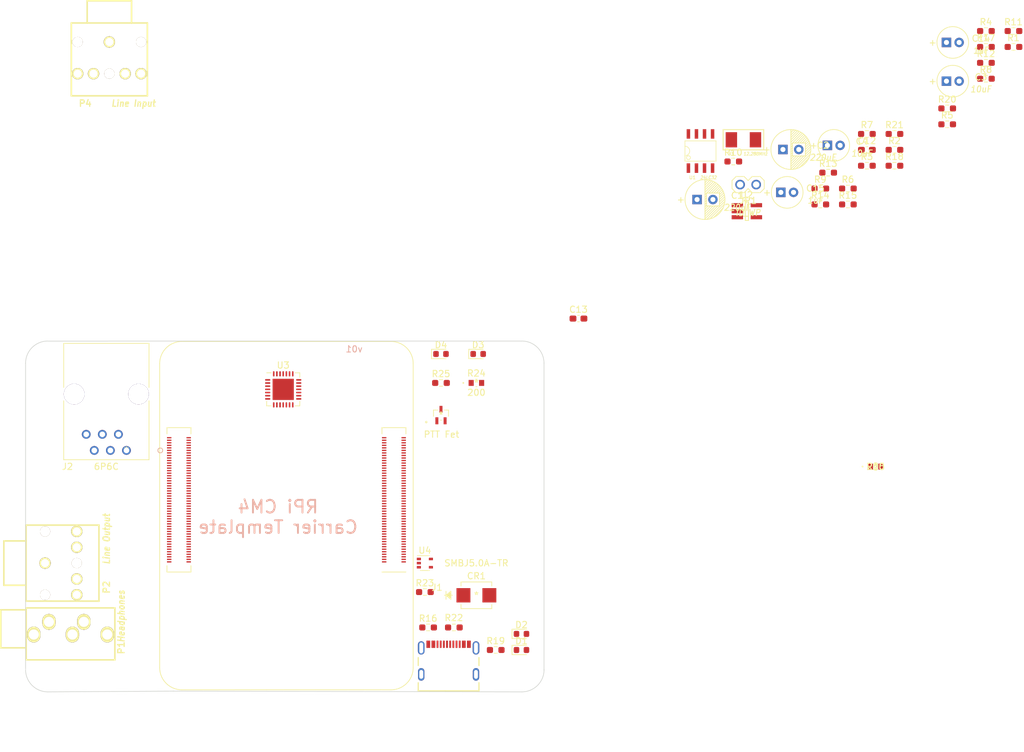
<source format=kicad_pcb>
(kicad_pcb (version 20211014) (generator pcbnew)
  (title_block (title "Raspberry Pi Compute Module 4 Carrier Template") (date "2020-10-31") (rev "v01") (comment 2 "creativecommons.org/licenses/by/4.0/") (comment 3 "License: CC BY 4.0") (comment 4 "Author: Shawn Hymel"))
  (layers (0 "F.Cu" signal) (31 "B.Cu" signal) (34 "B.Paste" user) (35 "F.Paste" user) (36 "B.SilkS" user "B.Silkscreen") (37 "F.SilkS" user "F.Silkscreen") (38 "B.Mask" user) (39 "F.Mask" user) (44 "Edge.Cuts" user))
  (net 0 "")
  (net 1 "GND")
  (net 16 "Net-(D1-Pad1)")
  (net 17 "GPIO21{slash}PCM_DOUT")
  (net 18 "GPIO19{slash}PCM_FS")
  (net 19 "GPIO20{slash}PCM_DIN")
  (net 21 "Net-(D3-Pad1)")
  (net 23 "GPIO16")
  (net 25 "ID_SC")
  (net 26 "ID_SD")
  (net 37 "GPIO18{slash}PCM_CLK")
  (net 43 "SD_CLK")
  (net 57 "+5V")
  (net 59 "SCL")
  (net 60 "SDA")
  (net 61 "+3.3V")
  (net 62 "+1.8V")
  (net 68 "Net-(D2-Pad1)")
  (net 143 "Net-(C13-Pad1)")
  (net 144 "Net-(C12-Pad1)")
  (net 145 "AVDD")
  (net 146 "Net-(TP1-Pad1)")
  (net 147 "Net-(R7-Pad2)")
  (net 148 "Net-(R8-Pad2)")
  (net 149 "Net-(R9-Pad2)")
  (net 150 "Net-(R10-Pad2)")
  (net 151 "Net-(C1-Pad1)")
  (net 152 "Net-(C2-Pad1)")
  (net 153 "GNDA")
  (net 154 "Net-(C3-Pad1)")
  (net 155 "Net-(C4-Pad1)")
  (net 156 "Net-(C10-Pad1)")
  (net 157 "Net-(TP3-Pad1)")
  (net 158 "Net-(TP4-Pad1)")
  (net 159 "Net-(C15-Pad1)")
  (net 160 "Net-(C14-Pad1)")
  (net 161 "Net-(R15-Pad2)")
  (net 162 "Net-(C1-Pad2)")
  (net 167 "Net-(J1-PadB5)")
  (net 169 "Net-(J1-PadA5)")
  (net 171 "/CM4 GPIO/nLED_Activity")
  (net 172 "/CM4 GPIO/nPWR_LED")
  (net 173 "Net-(R23-Pad2)")
  (net 174 "GPIO12")
  (net 175 "PTT")
  (net 176 "Net-(J2-Pad3)")
  (net 177 "Audio to Radio")
  (net 178 "Audio from Radio")
  (net 179 "Net-(C2-Pad2)")
  (net 180 "Net-(C3-Pad2)")
  (net 181 "Net-(C4-Pad2)")
  (net 182 "Net-(C14-Pad2)")
  (net 183 "Net-(C15-Pad2)")
  (net 184 "Net-(JP1-Pad1)")
  (net 187 "Net-(P2-Pad2)")
  (net 190 "Net-(P4-Pad2)")
  (net 193 "Net-(U3-Pad28)")
  (net 194 "Net-(C6-Pad1)")
  (net 195 "Net-(D4-Pad1)")
  (net 196 "GPIO26")
  (footprint "Resistor_SMD:R_0603_1608Metric_Pad0.98x0.95mm_HandSolder" (layer "F.Cu") (at 252.083 41.495)
    (fp_text reference "R20" (at 0 -1.43) (layer "F.SilkS"))
    (fp_text value "5.6k")
    (pad "1" smd roundrect locked (at -0.9125 0) (size 0.975 0.95) (layers "F.Cu" "F.Paste" "F.Mask") (net 182 "Net-(C14-Pad2)"))
    (pad "2" smd roundrect locked (at 0.9125 0) (size 0.975 0.95) (layers "F.Cu" "F.Paste" "F.Mask") (net 178 "Audio from Radio"))
  )
  (footprint "Package_TO_SOT_SMD:SOT-353_SC-70-5" (layer "F.Cu") (at 169.672 113.284)
    (fp_text reference "U4" (at 0 -2) (layer "F.SilkS"))
    (fp_text value "74LVC1G07SE-7")
    (pad "1" smd rect locked (at -0.95 -0.65) (size 0.65 0.4) (layers "F.Cu" "F.Paste" "F.Mask"))
    (pad "2" smd rect locked (at -0.95 0) (size 0.65 0.4) (layers "F.Cu" "F.Paste" "F.Mask") (net 172 "/CM4 GPIO/nPWR_LED"))
    (pad "3" smd rect locked (at -0.95 0.65) (size 0.65 0.4) (layers "F.Cu" "F.Paste" "F.Mask") (net 1 "GND"))
    (pad "4" smd rect locked (at 0.95 0.65) (size 0.65 0.4) (layers "F.Cu" "F.Paste" "F.Mask") (net 173 "Net-(R23-Pad2)"))
    (pad "5" smd rect locked (at 0.95 -0.65) (size 0.65 0.4) (layers "F.Cu" "F.Paste" "F.Mask") (net 61 "+3.3V"))
  )
  (footprint "my_components:IC_SOIC8_Narrow" (layer "F.Cu") (at 213.158 48.22)
    (fp_text reference "U1" (at -1.27 4.191) (layer "F.SilkS") (effects (font (size 0.508 0.508) (thickness 0.1016))))
    (fp_text value "24LC32" (at 1.27 4.191) (layer "F.SilkS") (effects (font (size 0.508 0.4572) (thickness 0.1016) italic)))
    (pad "1" smd rect locked (at -1.905 2.7) (size 0.55 1.5) (layers "F.Cu" "F.Paste" "F.Mask") (net 1 "GND"))
    (pad "2" smd rect locked (at -0.635 2.7) (size 0.55 1.5) (layers "F.Cu" "F.Paste" "F.Mask") (net 1 "GND"))
    (pad "3" smd rect locked (at 0.635 2.7) (size 0.55 1.5) (layers "F.Cu" "F.Paste" "F.Mask") (net 1 "GND"))
    (pad "4" smd rect locked (at 1.905 2.7) (size 0.55 1.5) (layers "F.Cu" "F.Paste" "F.Mask") (net 1 "GND"))
    (pad "5" smd rect locked (at 1.905 -2.7) (size 0.55 1.5) (layers "F.Cu" "F.Paste" "F.Mask") (net 26 "ID_SD"))
    (pad "6" smd rect locked (at 0.635 -2.7) (size 0.55 1.5) (layers "F.Cu" "F.Paste" "F.Mask") (net 25 "ID_SC"))
    (pad "7" smd rect locked (at -0.635 -2.7) (size 0.55 1.5) (layers "F.Cu" "F.Paste" "F.Mask") (net 184 "Net-(JP1-Pad1)"))
    (pad "8" smd rect locked (at -1.905 -2.7) (size 0.55 1.5) (layers "F.Cu" "F.Paste" "F.Mask") (net 61 "+3.3V"))
  )
  (footprint "my_components:Conn_Audio_3.5mm_Stereo_SJ1-353XNG" (layer "F.Cu") (at 106.76 123.66 90)
    (fp_text reference "P1" (at -3 15 90) (layer "F.SilkS") (effects (font (size 1.016 1.016) (thickness 0.2032))))
    (fp_text value "Headphones" (at 2 15 90) (layer "F.SilkS") (effects (font (size 1.016 0.9144) (thickness 0.2032) italic)))
    (pad "1" thru_hole oval locked (at -0.9 1.2 90) (size 2.5 2.1) (drill 1.6) (layers *.Cu *.Mask "F.SilkS") (net 153 "GNDA"))
    (pad "2" thru_hole oval locked (at 1.1 3.6 90) (size 2.5 2.1) (drill 1.6) (layers *.Cu *.Mask "F.SilkS") (net 179 "Net-(C2-Pad2)"))
    (pad "3" thru_hole oval locked (at 1.1 9.1 90) (size 2.5 2.1) (drill 1.6) (layers *.Cu *.Mask "F.SilkS"))
    (pad "4" thru_hole oval locked (at -0.9 12.8 90) (size 2.5 2.1) (drill 1.6) (layers *.Cu *.Mask "F.SilkS"))
    (pad "5" thru_hole oval locked (at -0.9 7.3 90) (size 2.5 2.1) (drill 1.6) (layers *.Cu *.Mask "F.SilkS") (net 162 "Net-(C1-Pad2)"))
  )
  (footprint "Resistor_SMD:R_0603_1608Metric_Pad0.98x0.95mm_HandSolder" (layer "F.Cu") (at 262.543 31.785)
    (fp_text reference "R1" (at 0 -1.43) (layer "F.SilkS"))
    (fp_text value "100")
    (pad "1" smd roundrect locked (at -0.9125 0) (size 0.975 0.95) (layers "F.Cu" "F.Paste" "F.Mask") (net 177 "Audio to Radio"))
    (pad "2" smd roundrect locked (at 0.9125 0) (size 0.975 0.95) (layers "F.Cu" "F.Paste" "F.Mask") (net 180 "Net-(C3-Pad2)"))
  )
  (footprint "my_components:IC_SOT23-5_Hand_Soldering" (layer "F.Cu") (at 220.478 57.725)
    (fp_text reference "U2" (at -0.05 -2.55) (layer "F.SilkS"))
    (fp_text value "TPS79333DBVR")
    (pad "1" smd rect locked (at -1.5 -0.95) (size 1.8 0.65) (layers "F.Cu" "F.Paste" "F.Mask") (net 57 "+5V"))
    (pad "2" smd rect locked (at -1.5 0) (size 1.8 0.65) (layers "F.Cu" "F.Paste" "F.Mask") (net 1 "GND"))
    (pad "3" smd rect locked (at -1.5 0.95) (size 1.8 0.65) (layers "F.Cu" "F.Paste" "F.Mask") (net 57 "+5V"))
    (pad "4" smd rect locked (at 1.5 0.95) (size 1.8 0.65) (layers "F.Cu" "F.Paste" "F.Mask") (net 194 "Net-(C6-Pad1)"))
    (pad "5" smd rect locked (at 1.5 -0.95) (size 1.8 0.65) (layers "F.Cu" "F.Paste" "F.Mask") (net 145 "AVDD"))
  )
  (footprint "Capacitor_SMD:C_0603_1608Metric_Pad1.08x0.95mm_HandSolder" (layer "F.Cu") (at 193.9025 74.676)
    (fp_text reference "C13" (at 0 -1.43) (layer "F.SilkS"))
    (fp_text value "22pF")
    (pad "1" smd roundrect locked (at -0.8625 0) (size 1.075 0.95) (layers "F.Cu" "F.Paste" "F.Mask") (net 143 "Net-(C13-Pad1)"))
    (pad "2" smd roundrect locked (at 0.8625 0) (size 1.075 0.95) (layers "F.Cu" "F.Paste" "F.Mask") (net 1 "GND"))
  )
  (footprint "my_components:Conn_Audio_3.5mm_Stereo" (layer "F.Cu") (at 119.888 28.0035)
    (fp_text reference "P4" (at -3.81 12.7) (layer "F.SilkS") (effects (font (size 1.016 1.016) (thickness 0.2032))))
    (fp_text value "Line Input" (at 3.81 12.7) (layer "F.SilkS") (effects (font (size 1.016 0.9144) (thickness 0.2032) italic)))
    (pad "" thru_hole circle locked (at 5.00126 2.99974) (size 1.6002 1.6002) (drill 1.6002) (layers *.Cu *.Mask "F.SilkS"))
    (pad "" thru_hole circle locked (at 0 8.001) (size 1.6002 1.6002) (drill 1.6002) (layers *.Cu *.Mask "F.SilkS"))
    (pad "" thru_hole circle locked (at -5.00126 2.99974) (size 1.6002 1.6002) (drill 1.6002) (layers *.Cu *.Mask "F.SilkS"))
    (pad "1" thru_hole circle locked (at 0 2.99974) (size 1.80086 1.80086) (drill 1.30048) (layers *.Cu *.Mask "F.SilkS") (net 153 "GNDA"))
    (pad "2" thru_hole circle locked (at -5.00126 8.001) (size 1.80086 1.80086) (drill 1.30048) (layers *.Cu *.Mask "F.SilkS") (net 190 "Net-(P4-Pad2)"))
    (pad "3" thru_hole circle locked (at -2.49936 8.001) (size 1.80086 1.80086) (drill 1.30048) (layers *.Cu *.Mask "F.SilkS"))
    (pad "4" thru_hole circle locked (at 2.49936 8.001) (size 1.80086 1.80086) (drill 1.30048) (layers *.Cu *.Mask "F.SilkS"))
    (pad "5" thru_hole circle locked (at 5.00126 8.001) (size 1.80086 1.80086) (drill 1.30048) (layers *.Cu *.Mask "F.SilkS") (net 178 "Audio from Radio"))
  )
  (footprint "my_components:Cap_Elec_Radial_5mm" (layer "F.Cu") (at 234.18736 47.32936)
    (fp_text reference "C4" (at 4.445 -0.635) (layer "F.SilkS"))
    (fp_text value "10uF" (at 4.445 1.27) (layer "F.SilkS") (effects (font (size 1 0.9) (thickness 0.15) italic)))
    (fp_text user "+" (at -3.175 0) (layer "F.SilkS"))
    (pad "1" thru_hole rect locked (at -1.00076 0) (size 1.49098 1.49098) (drill 0.8001) (layers *.Cu *.Mask) (net 155 "Net-(C4-Pad1)"))
    (pad "2" thru_hole circle locked (at 1.00076 0) (size 1.49098 1.49098) (drill 0.8001) (layers *.Cu *.Mask) (net 181 "Net-(C4-Pad2)"))
  )
  (footprint "Resistor_SMD:R_0603_1608Metric_Pad0.98x0.95mm_HandSolder" (layer "F.Cu") (at 172.212 84.836)
    (fp_text reference "R25" (at 0 -1.43) (layer "F.SilkS"))
    (fp_text value "100k")
    (pad "1" smd roundrect locked (at -0.9125 0) (size 0.975 0.95) (layers "F.Cu" "F.Paste" "F.Mask") (net 1 "GND"))
    (pad "2" smd roundrect locked (at 0.9125 0) (size 0.975 0.95) (layers "F.Cu" "F.Paste" "F.Mask") (net 174 "GPIO12"))
  )
  (footprint "SMBJ5.0A-TR:SMBJ5.0A-TR" (layer "F.Cu") (at 177.8 118.364)
    (fp_text reference "CR1" (at 0 -3.048) (layer "F.SilkS"))
    (fp_text value "SMBJ5.0A-TR" (at 0 -5.08) (layer "F.SilkS"))
    (fp_text user "*" (at 0 0) (layer "F.SilkS"))
    (pad "1" smd rect locked (at -2.0447 0) (size 2.198599 2.2598) (layers "F.Cu" "F.Paste" "F.Mask") (net 57 "+5V"))
    (pad "2" smd rect locked (at 2.0447 0) (size 2.198599 2.2598) (layers "F.Cu" "F.Paste" "F.Mask") (net 1 "GND"))
  )
  (footprint "Resistor_SMD:R_0603_1608Metric_Pad0.98x0.95mm_HandSolder" (layer "F.Cu") (at 243.763 48.035)
    (fp_text reference "R2" (at 0 -1.43) (layer "F.SilkS"))
    (fp_text value "100")
    (pad "1" smd roundrect locked (at -0.9125 0) (size 0.975 0.95) (layers "F.Cu" "F.Paste" "F.Mask") (net 187 "Net-(P2-Pad2)"))
    (pad "2" smd roundrect locked (at 0.9125 0) (size 0.975 0.95) (layers "F.Cu" "F.Paste" "F.Mask") (net 181 "Net-(C4-Pad2)"))
  )
  (footprint "ul_RHU002N06FRAT106:RHU002N06FRAT106" (layer "F.Cu") (at 172.212 89.916)
    (fp_text reference "MOSFET1" hide)
    (fp_text value "PTT Fet" (at 0.084059 3.048) (layer "F.SilkS"))
    (fp_text user "*" (at 0 0) (layer "F.SilkS"))
    (pad "1" smd rect locked (at -0.649999 0.9017) (size 0.4664 1.106399) (layers "F.Cu" "F.Paste" "F.Mask") (net 174 "GPIO12"))
    (pad "2" smd rect locked (at 0.649999 0.9017) (size 0.4664 1.106399) (layers "F.Cu" "F.Paste" "F.Mask") (net 1 "GND"))
    (pad "3" smd rect locked (at 0 -0.9017) (size 0.4664 1.106399) (layers "F.Cu" "F.Paste" "F.Mask") (net 175 "PTT"))
  )
  (footprint "Resistor_SMD:R_0603_1608Metric_Pad0.98x0.95mm_HandSolder" (layer "F.Cu") (at 236.413 54.145)
    (fp_text reference "R6" (at 0 -1.43) (layer "F.SilkS"))
    (fp_text value "47k")
    (pad "1" smd roundrect locked (at -0.9125 0) (size 0.975 0.95) (layers "F.Cu" "F.Paste" "F.Mask") (net 153 "GNDA"))
    (pad "2" smd roundrect locked (at 0.9125 0) (size 0.975 0.95) (layers "F.Cu" "F.Paste" "F.Mask") (net 181 "Net-(C4-Pad2)"))
  )
  (footprint "my_components:Conn_Audio_3.5mm_Stereo" (layer "F.Cu") (at 106.7435 113.284 90)
    (fp_text reference "P2" (at -3.81 12.7 90) (layer "F.SilkS") (effects (font (size 1.016 1.016) (thickness 0.2032))))
    (fp_text value "Line Output" (at 3.81 12.7 90) (layer "F.SilkS") (effects (font (size 1.016 0.9144) (thickness 0.2032) italic)))
    (pad "" thru_hole circle locked (at 5.00126 2.99974 90) (size 1.6002 1.6002) (drill 1.6002) (layers *.Cu *.Mask "F.SilkS"))
    (pad "" thru_hole circle locked (at 0 8.001 90) (size 1.6002 1.6002) (drill 1.6002) (layers *.Cu *.Mask "F.SilkS"))
    (pad "" thru_hole circle locked (at -5.00126 2.99974 90) (size 1.6002 1.6002) (drill 1.6002) (layers *.Cu *.Mask "F.SilkS"))
    (pad "1" thru_hole circle locked (at 0 2.99974 90) (size 1.80086 1.80086) (drill 1.30048) (layers *.Cu *.Mask "F.SilkS") (net 153 "GNDA"))
    (pad "2" thru_hole circle locked (at -5.00126 8.001 90) (size 1.80086 1.80086) (drill 1.30048) (layers *.Cu *.Mask "F.SilkS") (net 187 "Net-(P2-Pad2)"))
    (pad "3" thru_hole circle locked (at -2.49936 8.001 90) (size 1.80086 1.80086) (drill 1.30048) (layers *.Cu *.Mask "F.SilkS"))
    (pad "4" thru_hole circle locked (at 2.49936 8.001 90) (size 1.80086 1.80086) (drill 1.30048) (layers *.Cu *.Mask "F.SilkS"))
    (pad "5" thru_hole circle locked (at 5.00126 8.001 90) (size 1.80086 1.80086) (drill 1.30048) (layers *.Cu *.Mask "F.SilkS") (net 177 "Audio to Radio"))
  )
  (footprint "my_components:Cap_Elec_Radial_5mm" (layer "F.Cu") (at 252.96736 37.18936)
    (fp_text reference "C3" (at 4.445 -0.635) (layer "F.SilkS"))
    (fp_text value "10uF" (at 4.445 1.27) (layer "F.SilkS") (effects (font (size 1 0.9) (thickness 0.15) italic)))
    (fp_text user "+" (at -3.175 0) (layer "F.SilkS"))
    (pad "1" thru_hole rect locked (at -1.00076 0) (size 1.49098 1.49098) (drill 0.8001) (layers *.Cu *.Mask) (net 154 "Net-(C3-Pad1)"))
    (pad "2" thru_hole circle locked (at 1.00076 0) (size 1.49098 1.49098) (drill 0.8001) (layers *.Cu *.Mask) (net 180 "Net-(C3-Pad2)"))
  )
  (footprint "Resistor_SMD:R_0603_1608Metric_Pad0.98x0.95mm_HandSolder" (layer "F.Cu") (at 258.193 36.805)
    (fp_text reference "R8" (at 0 -1.43) (layer "F.SilkS"))
    (fp_text value "33")
    (pad "1" smd roundrect locked (at -0.9125 0) (size 0.975 0.95) (layers "F.Cu" "F.Paste" "F.Mask") (net 17 "GPIO21{slash}PCM_DOUT"))
    (pad "2" smd roundrect locked (at 0.9125 0) (size 0.975 0.95) (layers "F.Cu" "F.Paste" "F.Mask") (net 148 "Net-(R8-Pad2)"))
  )
  (footprint "ul_ERJ3EKF2000V:ERJ3EKF2000V" (layer "F.Cu") (at 240.792 98.044)
    (fp_text reference "R26" (at 0 0) (layer "F.SilkS"))
    (fp_text value "200" (at 0 0) (layer "F.SilkS"))
    (fp_text user "*" (at 0 0) (layer "F.SilkS"))
    (pad "1" smd rect locked (at -0.8227 0) (size 0.8072 0.9398) (layers "F.Cu" "F.Paste" "F.Mask") (net 195 "Net-(D4-Pad1)"))
    (pad "2" smd rect locked (at 0.8227 0) (size 0.8072 0.9398) (layers "F.Cu" "F.Paste" "F.Mask") (net 1 "GND"))
  )
  (footprint "Resistor_SMD:R_0603_1608Metric_Pad0.98x0.95mm_HandSolder" (layer "F.Cu") (at 218.333 49.875)
    (fp_text reference "R10" (at 0 -1.43) (layer "F.SilkS"))
    (fp_text value "33")
    (pad "1" smd roundrect locked (at -0.9125 0) (size 0.975 0.95) (layers "F.Cu" "F.Paste" "F.Mask") (net 19 "GPIO20{slash}PCM_DIN"))
    (pad "2" smd roundrect locked (at 0.9125 0) (size 0.975 0.95) (layers "F.Cu" "F.Paste" "F.Mask") (net 150 "Net-(R10-Pad2)"))
  )
  (footprint "Resistor_SMD:R_0603_1608Metric_Pad0.98x0.95mm_HandSolder" (layer "F.Cu") (at 258.193 31.785)
    (fp_text reference "R17" (at 0 -1.43) (layer "F.SilkS"))
    (fp_text value "5.6k")
    (pad "1" smd roundrect locked (at -0.9125 0) (size 0.975 0.95) (layers "F.Cu" "F.Paste" "F.Mask") (net 153 "GNDA"))
    (pad "2" smd roundrect locked (at 0.9125 0) (size 0.975 0.95) (layers "F.Cu" "F.Paste" "F.Mask") (net 182 "Net-(C14-Pad2)"))
  )
  (footprint "my_components:Cap_Elec_Radial_5mm" (layer "F.Cu") (at 252.96736 31.07936)
    (fp_text reference "C14" (at 4.445 -0.635) (layer "F.SilkS"))
    (fp_text value "1uF" (at 4.445 1.27) (layer "F.SilkS") (effects (font (size 1 0.9) (thickness 0.15) italic)))
    (fp_text user "+" (at -3.175 0) (layer "F.SilkS"))
    (pad "1" thru_hole rect locked (at -1.00076 0) (size 1.49098 1.49098) (drill 0.8001) (layers *.Cu *.Mask) (net 160 "Net-(C14-Pad1)"))
    (pad "2" thru_hole circle locked (at 1.00076 0) (size 1.49098 1.49098) (drill 0.8001) (layers *.Cu *.Mask) (net 182 "Net-(C14-Pad2)"))
  )
  (footprint "Resistor_SMD:R_0603_1608Metric_Pad0.98x0.95mm_HandSolder" (layer "F.Cu") (at 243.763 45.525)
    (fp_text reference "R21" (at 0 -1.43) (layer "F.SilkS"))
    (fp_text value "5.6k")
    (pad "1" smd roundrect locked (at -0.9125 0) (size 0.975 0.95) (layers "F.Cu" "F.Paste" "F.Mask") (net 183 "Net-(C15-Pad2)"))
    (pad "2" smd roundrect locked (at 0.9125 0) (size 0.975 0.95) (layers "F.Cu" "F.Paste" "F.Mask") (net 190 "Net-(P4-Pad2)"))
  )
  (footprint "Resistor_SMD:R_0603_1608Metric_Pad0.98x0.95mm_HandSolder" (layer "F.Cu") (at 252.083 44.005)
    (fp_text reference "R5" (at 0 -1.43) (layer "F.SilkS"))
    (fp_text value "47k")
    (pad "1" smd roundrect locked (at -0.9125 0) (size 0.975 0.95) (layers "F.Cu" "F.Paste" "F.Mask") (net 153 "GNDA"))
    (pad "2" smd roundrect locked (at 0.9125 0) (size 0.975 0.95) (layers "F.Cu" "F.Paste" "F.Mask") (net 180 "Net-(C3-Pad2)"))
  )
  (footprint "Resistor_SMD:R_0603_1608Metric_Pad0.98x0.95mm_HandSolder" (layer "F.Cu") (at 262.543 29.275)
    (fp_text reference "R11" (at 0 -1.43) (layer "F.SilkS"))
    (fp_text value "1k")
    (pad "1" smd roundrect locked (at -0.9125 0) (size 0.975 0.95) (layers "F.Cu" "F.Paste" "F.Mask") (net 184 "Net-(JP1-Pad1)"))
    (pad "2" smd roundrect locked (at 0.9125 0) (size 0.975 0.95) (layers "F.Cu" "F.Paste" "F.Mask") (net 61 "+3.3V"))
  )
  (footprint "Resistor_SMD:R_0603_1608Metric_Pad0.98x0.95mm_HandSolder" (layer "F.Cu") (at 174.244 123.444)
    (fp_text reference "R22" (at 0 -1.524) (layer "F.SilkS"))
    (fp_text value "5.1k")
    (pad "1" smd roundrect locked (at -0.9125 0) (size 0.975 0.95) (layers "F.Cu" "F.Paste" "F.Mask") (net 167 "Net-(J1-PadB5)"))
    (pad "2" smd roundrect locked (at 0.9125 0) (size 0.975 0.95) (layers "F.Cu" "F.Paste" "F.Mask") (net 1 "GND"))
  )
  (footprint "my_components:Cap_Elec_Radial_6.3mm" (layer "F.Cu") (at 213.868 55.88)
    (fp_text reference "C1" (at 5.08 -0.635) (layer "F.SilkS"))
    (fp_text value "220uF" (at 5.08 1.27) (layer "F.SilkS") (effects (font (size 1 0.9) (thickness 0.15) italic)))
    (fp_text user "+" (at -3.81 0) (layer "F.SilkS"))
    (pad "1" thru_hole rect locked (at -1.25 0) (size 1.49098 1.49098) (drill 0.8001) (layers *.Cu *.Mask) (net 151 "Net-(C1-Pad1)"))
    (pad "2" thru_hole circle locked (at 1.25 0) (size 1.49098 1.49098) (drill 0.8001) (layers *.Cu *.Mask) (net 162 "Net-(C1-Pad2)"))
  )
  (footprint "Capacitor_SMD:C_0603_1608Metric_Pad1.08x0.95mm_HandSolder" (layer "F.Cu") (at 239.413 48.035)
    (fp_text reference "C12" (at 0 -1.43) (layer "F.SilkS"))
    (fp_text value "22pF")
    (pad "1" smd roundrect locked (at -0.8625 0) (size 1.075 0.95) (layers "F.Cu" "F.Paste" "F.Mask") (net 144 "Net-(C12-Pad1)"))
    (pad "2" smd roundrect locked (at 0.8625 0) (size 1.075 0.95) (layers "F.Cu" "F.Paste" "F.Mask") (net 1 "GND"))
  )
  (footprint "Resistor_SMD:R_0603_1608Metric_Pad0.98x0.95mm_HandSolder" (layer "F.Cu") (at 258.193 29.275)
    (fp_text reference "R4" (at 0 -1.43) (layer "F.SilkS"))
    (fp_text value "47k")
    (pad "1" smd roundrect locked (at -0.9125 0) (size 0.975 0.95) (layers "F.Cu" "F.Paste" "F.Mask") (net 153 "GNDA"))
    (pad "2" smd roundrect locked (at 0.9125 0) (size 0.975 0.95) (layers "F.Cu" "F.Paste" "F.Mask") (net 179 "Net-(C2-Pad2)"))
  )
  (footprint "Resistor_SMD:R_0603_1608Metric_Pad0.98x0.95mm_HandSolder" (layer "F.Cu") (at 258.193 34.295)
    (fp_text reference "R12" (at 0 -1.43) (layer "F.SilkS"))
    (fp_text value "3.9k")
    (pad "1" smd roundrect locked (at -0.9125 0) (size 0.975 0.95) (layers "F.Cu" "F.Paste" "F.Mask") (net 25 "ID_SC"))
    (pad "2" smd roundrect locked (at 0.9125 0) (size 0.975 0.95) (layers "F.Cu" "F.Paste" "F.Mask") (net 61 "+3.3V"))
  )
  (footprint "Package_DFN_QFN:QFN-28-1EP_5x5mm_P0.5mm_EP3.35x3.35mm" (layer "F.Cu") (at 147.32 85.852)
    (fp_text reference "U3" (at 0 -3.8) (layer "F.SilkS"))
    (fp_text value "WM8731CLSEFL")
    (pad "1" smd roundrect locked (at -2.45 -1.5) (size 0.8 0.25) (layers "F.Cu" "F.Paste" "F.Mask") (net 143 "Net-(C13-Pad1)"))
    (pad "2" smd roundrect locked (at -2.45 -1) (size 0.8 0.25) (layers "F.Cu" "F.Paste" "F.Mask") (net 144 "Net-(C12-Pad1)"))
    (pad "3" smd roundrect locked (at -2.45 -0.5) (size 0.8 0.25) (layers "F.Cu" "F.Paste" "F.Mask") (net 61 "+3.3V"))
    (pad "4" smd roundrect locked (at -2.45 0) (size 0.8 0.25) (layers "F.Cu" "F.Paste" "F.Mask") (net 1 "GND"))
    (pad "5" smd roundrect locked (at -2.45 0.5) (size 0.8 0.25) (layers "F.Cu" "F.Paste" "F.Mask") (net 61 "+3.3V"))
    (pad "6" smd roundrect locked (at -2.45 1) (size 0.8 0.25) (layers "F.Cu" "F.Paste" "F.Mask") (net 146 "Net-(TP1-Pad1)"))
    (pad "7" smd roundrect locked (at -2.45 1.5) (size 0.8 0.25) (layers "F.Cu" "F.Paste" "F.Mask") (net 147 "Net-(R7-Pad2)"))
    (pad "8" smd roundrect locked (at -1.5 2.45) (size 0.25 0.8) (layers "F.Cu" "F.Paste" "F.Mask") (net 148 "Net-(R8-Pad2)"))
    (pad "9" smd roundrect locked (at -1 2.45) (size 0.25 0.8) (layers "F.Cu" "F.Paste" "F.Mask") (net 149 "Net-(R9-Pad2)"))
    (pad "10" smd roundrect locked (at -0.5 2.45) (size 0.25 0.8) (layers "F.Cu" "F.Paste" "F.Mask") (net 150 "Net-(R10-Pad2)"))
    (pad "11" smd roundrect locked (at 0 2.45) (size 0.25 0.8) (layers "F.Cu" "F.Paste" "F.Mask") (net 149 "Net-(R9-Pad2)"))
    (pad "12" smd roundrect locked (at 0.5 2.45) (size 0.25 0.8) (layers "F.Cu" "F.Paste" "F.Mask") (net 145 "AVDD"))
    (pad "13" smd roundrect locked (at 1 2.45) (size 0.25 0.8) (layers "F.Cu" "F.Paste" "F.Mask") (net 151 "Net-(C1-Pad1)"))
    (pad "14" smd roundrect locked (at 1.5 2.45) (size 0.25 0.8) (layers "F.Cu" "F.Paste" "F.Mask") (net 152 "Net-(C2-Pad1)"))
    (pad "15" smd roundrect locked (at 2.45 1.5) (size 0.8 0.25) (layers "F.Cu" "F.Paste" "F.Mask") (net 153 "GNDA"))
    (pad "16" smd roundrect locked (at 2.45 1) (size 0.8 0.25) (layers "F.Cu" "F.Paste" "F.Mask") (net 154 "Net-(C3-Pad1)"))
    (pad "17" smd roundrect locked (at 2.45 0.5) (size 0.8 0.25) (layers "F.Cu" "F.Paste" "F.Mask") (net 155 "Net-(C4-Pad1)"))
    (pad "18" smd roundrect locked (at 2.45 0) (size 0.8 0.25) (layers "F.Cu" "F.Paste" "F.Mask") (net 145 "AVDD"))
    (pad "19" smd roundrect locked (at 2.45 -0.5) (size 0.8 0.25) (layers "F.Cu" "F.Paste" "F.Mask") (net 153 "GNDA"))
    (pad "20" smd roundrect locked (at 2.45 -1) (size 0.8 0.25) (layers "F.Cu" "F.Paste" "F.Mask") (net 156 "Net-(C10-Pad1)"))
    (pad "21" smd roundrect locked (at 2.45 -1.5) (size 0.8 0.25) (layers "F.Cu" "F.Paste" "F.Mask") (net 157 "Net-(TP3-Pad1)"))
    (pad "22" smd roundrect locked (at 1.5 -2.45) (size 0.25 0.8) (layers "F.Cu" "F.Paste" "F.Mask") (net 158 "Net-(TP4-Pad1)"))
    (pad "23" smd roundrect locked (at 1 -2.45) (size 0.25 0.8) (layers "F.Cu" "F.Paste" "F.Mask") (net 159 "Net-(C15-Pad1)"))
    (pad "24" smd roundrect locked (at 0.5 -2.45) (size 0.25 0.8) (layers "F.Cu" "F.Paste" "F.Mask") (net 160 "Net-(C14-Pad1)"))
    (pad "25" smd roundrect locked (at 0 -2.45) (size 0.25 0.8) (layers "F.Cu" "F.Paste" "F.Mask") (net 153 "GNDA"))
    (pad "26" smd roundrect locked (at -0.5 -2.45) (size 0.25 0.8) (layers "F.Cu" "F.Paste" "F.Mask") (net 153 "GNDA"))
    (pad "27" smd roundrect locked (at -1 -2.45) (size 0.25 0.8) (layers "F.Cu" "F.Paste" "F.Mask") (net 161 "Net-(R15-Pad2)"))
    (pad "28" smd roundrect locked (at -1.5 -2.45) (size 0.25 0.8) (layers "F.Cu" "F.Paste" "F.Mask") (net 193 "Net-(U3-Pad28)"))
    (pad "29" smd rect locked (at 0 0) (size 3.35 3.35) (layers "F.Cu" "F.Mask") (net 153 "GNDA"))
  )
  (footprint "LED_SMD:LED_0603_1608Metric" (layer "F.Cu") (at 184.912 127)
    (fp_text reference "D1" (at 0 -1.43) (layer "F.SilkS"))
    (fp_text value "LED Green")
    (pad "1" smd roundrect locked (at -0.7875 0) (size 0.875 0.95) (layers "F.Cu" "F.Paste" "F.Mask") (net 16 "Net-(D1-Pad1)"))
    (pad "2" smd roundrect locked (at 0.7875 0) (size 0.875 0.95) (layers "F.Cu" "F.Paste" "F.Mask") (net 61 "+3.3V"))
  )
  (footprint "Resistor_SMD:R_0603_1608Metric_Pad0.98x0.95mm_HandSolder" (layer "F.Cu") (at 232.063 56.655)
    (fp_text reference "R14" (at 0 -1.43) (layer "F.SilkS"))
    (fp_text value "33")
    (pad "1" smd roundrect locked (at -0.9125 0) (size 0.975 0.95) (layers "F.Cu" "F.Paste" "F.Mask") (net 59 "SCL"))
    (pad "2" smd roundrect locked (at 0.9125 0) (size 0.975 0.95) (layers "F.Cu" "F.Paste" "F.Mask") (net 193 "Net-(U3-Pad28)"))
  )
  (footprint "Resistor_SMD:R_0603_1608Metric_Pad0.98x0.95mm_HandSolder" (layer "F.Cu") (at 169.672 117.856)
    (fp_text reference "R23" (at 0 -1.43) (layer "F.SilkS"))
    (fp_text value "1k")
    (pad "1" smd roundrect locked (at -0.9125 0) (size 0.975 0.95) (layers "F.Cu" "F.Paste" "F.Mask") (net 68 "Net-(D2-Pad1)"))
    (pad "2" smd roundrect locked (at 0.9125 0) (size 0.975 0.95) (layers "F.Cu" "F.Paste" "F.Mask") (net 173 "Net-(R23-Pad2)"))
  )
  (footprint "my_components:Conn_Pin_Header_2x1_2.54mm_NoKey" (layer "F.Cu") (at 220.678 53.52)
    (fp_text reference "JP1" (at 0 2.54) (layer "F.SilkS"))
    (fp_text value "ID_WP" (at 0 4.445) (layer "F.SilkS") (effects (font (size 1 0.9) (thickness 0.15) italic)))
    (pad "1" thru_hole circle locked (at -1.27 0) (size 1.524 1.524) (drill 1.016) (layers *.Cu *.Mask) (net 184 "Net-(JP1-Pad1)"))
    (pad "2" thru_hole circle locked (at 1.27 0) (size 1.524 1.524) (drill 1.016) (layers *.Cu *.Mask) (net 1 "GND"))
  )
  (footprint "Resistor_SMD:R_0603_1608Metric_Pad0.98x0.95mm_HandSolder" (layer "F.Cu") (at 170.18 123.444)
    (fp_text reference "R16" (at 0 -1.43) (layer "F.SilkS"))
    (fp_text value "5.1k")
    (pad "1" smd roundrect locked (at -0.9125 0) (size 0.975 0.95) (layers "F.Cu" "F.Paste" "F.Mask") (net 169 "Net-(J1-PadA5)"))
    (pad "2" smd roundrect locked (at 0.9125 0) (size 0.975 0.95) (layers "F.Cu" "F.Paste" "F.Mask") (net 1 "GND"))
  )
  (footprint "USB4105-GF-A:GCT_USB4105-GF-A" (layer "F.Cu") (at 173.414 130.854)
    (fp_text reference "J1" (at -1.825 -13.723) (layer "F.SilkS"))
    (fp_text value "USB4105-GF-A")
    (pad "" np_thru_hole circle locked (at -2.89 -3.68) (size 0.65 0.65) (drill 0.65) (layers *.Cu *.Mask))
    (pad "" np_thru_hole circle locked (at 2.89 -3.68) (size 0.65 0.65) (drill 0.65) (layers *.Cu *.Mask))
    (pad "A1_B12" smd rect locked (at -3.2 -4.755) (size 0.6 1.15) (layers "F.Cu" "F.Paste" "F.Mask"))
    (pad "A4_B9" smd rect locked (at -2.4 -4.755) (size 0.6 1.15) (layers "F.Cu" "F.Paste" "F.Mask"))
    (pad "A5" smd rect locked (at -1.25 -4.755) (size 0.3 1.15) (layers "F.Cu" "F.Paste" "F.Mask") (net 169 "Net-(J1-PadA5)"))
    (pad "A6" smd rect locked (at -0.25 -4.755) (size 0.3 1.15) (layers "F.Cu" "F.Paste" "F.Mask"))
    (pad "A7" smd rect locked (at 0.25 -4.755) (size 0.3 1.15) (layers "F.Cu" "F.Paste" "F.Mask"))
    (pad "A8" smd rect locked (at 1.25 -4.755) (size 0.3 1.15) (layers "F.Cu" "F.Paste" "F.Mask"))
    (pad "B1_A12" smd rect locked (at 3.2 -4.755) (size 0.6 1.15) (layers "F.Cu" "F.Paste" "F.Mask"))
    (pad "B4_A9" smd rect locked (at 2.4 -4.755) (size 0.6 1.15) (layers "F.Cu" "F.Paste" "F.Mask"))
    (pad "B5" smd rect locked (at 1.75 -4.755) (size 0.3 1.15) (layers "F.Cu" "F.Paste" "F.Mask") (net 167 "Net-(J1-PadB5)"))
    (pad "B6" smd rect locked (at 0.75 -4.755) (size 0.3 1.15) (layers "F.Cu" "F.Paste" "F.Mask"))
    (pad "B7" smd rect locked (at -0.75 -4.755) (size 0.3 1.15) (layers "F.Cu" "F.Paste" "F.Mask"))
    (pad "B8" smd rect locked (at -1.75 -4.755) (size 0.3 1.15) (layers "F.Cu" "F.Paste" "F.Mask"))
    (pad "S1" thru_hole oval locked (at -4.32 -4.18) (size 1.05 2.1) (drill oval 0.6 1.7) (layers *.Cu *.Mask))
    (pad "S2" thru_hole oval locked (at -4.32 0) (size 1 2) (drill oval 0.6 1.4) (layers *.Cu *.Mask))
    (pad "S3" thru_hole oval locked (at 4.32 0) (size 1 2) (drill oval 0.6 1.4) (layers *.Cu *.Mask))
    (pad "S4" thru_hole oval locked (at 4.32 -4.18) (size 1.05 2.1) (drill oval 0.6 1.7) (layers *.Cu *.Mask))
  )
  (footprint "Resistor_SMD:R_0603_1608Metric_Pad0.98x0.95mm_HandSolder" (layer "F.Cu") (at 236.413 56.655)
    (fp_text reference "R15" (at 0 -1.43) (layer "F.SilkS"))
    (fp_text value "33")
    (pad "1" smd roundrect locked (at -0.9125 0) (size 0.975 0.95) (layers "F.Cu" "F.Paste" "F.Mask") (net 60 "SDA"))
    (pad "2" smd roundrect locked (at 0.9125 0) (size 0.975 0.95) (layers "F.Cu" "F.Paste" "F.Mask") (net 161 "Net-(R15-Pad2)"))
  )
  (footprint "LED_SMD:LED_0603_1608Metric" (layer "F.Cu") (at 172.212 80.264)
    (fp_text reference "D4" (at 0 -1.43) (layer "F.SilkS"))
    (fp_text value "PTT LED")
    (pad "1" smd roundrect locked (at -0.7875 0) (size 0.875 0.95) (layers "F.Cu" "F.Paste" "F.Mask") (net 195 "Net-(D4-Pad1)"))
    (pad "2" smd roundrect locked (at 0.7875 0) (size 0.875 0.95) (layers "F.Cu" "F.Paste" "F.Mask") (net 196 "GPIO26"))
  )
  (footprint "my_components:Cap_Elec_Radial_6.3mm" (layer "F.Cu") (at 227.418 47.98)
    (fp_text reference "C2" (at 5.08 -0.635) (layer "F.SilkS"))
    (fp_text value "220uF" (at 5.08 1.27) (layer "F.SilkS") (effects (font (size 1 0.9) (thickness 0.15) italic)))
    (fp_text user "+" (at -3.81 0) (layer "F.SilkS"))
    (pad "1" thru_hole rect locked (at -1.25 0) (size 1.49098 1.49098) (drill 0.8001) (layers *.Cu *.Mask) (net 152 "Net-(C2-Pad1)"))
    (pad "2" thru_hole circle locked (at 1.25 0) (size 1.49098 1.49098) (drill 0.8001) (layers *.Cu *.Mask) (net 179 "Net-(C2-Pad2)"))
  )
  (footprint "Resistor_SMD:R_0603_1608Metric_Pad0.98x0.95mm_HandSolder" (layer "F.Cu") (at 233.303 51.635)
    (fp_text reference "R13" (at 0 -1.43) (layer "F.SilkS"))
    (fp_text value "3.9k")
    (pad "1" smd roundrect locked (at -0.9125 0) (size 0.975 0.95) (layers "F.Cu" "F.Paste" "F.Mask") (net 26 "ID_SD"))
    (pad "2" smd roundrect locked (at 0.9125 0) (size 0.975 0.95) (layers "F.Cu" "F.Paste" "F.Mask") (net 61 "+3.3V"))
  )
  (footprint "Resistor_SMD:R_0603_1608Metric_Pad0.98x0.95mm_HandSolder" (layer "F.Cu") (at 239.413 45.525)
    (fp_text reference "R7" (at 0 -1.43) (layer "F.SilkS"))
    (fp_text value "33")
    (pad "1" smd roundrect locked (at -0.9125 0) (size 0.975 0.95) (layers "F.Cu" "F.Paste" "F.Mask") (net 37 "GPIO18{slash}PCM_CLK"))
    (pad "2" smd roundrect locked (at 0.9125 0) (size 0.975 0.95) (layers "F.Cu" "F.Paste" "F.Mask") (net 147 "Net-(R7-Pad2)"))
  )
  (footprint "Resistor_SMD:R_0603_1608Metric_Pad0.98x0.95mm_HandSolder" (layer "F.Cu") (at 243.763 50.545)
    (fp_text reference "R18" (at 0 -1.43) (layer "F.SilkS"))
    (fp_text value "5.6k")
    (pad "1" smd roundrect locked (at -0.9125 0) (size 0.975 0.95) (layers "F.Cu" "F.Paste" "F.Mask") (net 153 "GNDA"))
    (pad "2" smd roundrect locked (at 0.9125 0) (size 0.975 0.95) (layers "F.Cu" "F.Paste" "F.Mask") (net 183 "Net-(C15-Pad2)"))
  )
  (footprint "my_components:Crystal_5.0x3.2mm" (layer "F.Cu") (at 219.933 46.445)
    (fp_text reference "X1" (at -1.905 2.2225) (layer "F.SilkS") (effects (font (size 0.508 0.4572) (thickness 0.1016))))
    (fp_text value "12.288MHz" (at 1.905 2.2225) (layer "F.SilkS") (effects (font (size 0.508 0.4572) (thickness 0.1016) italic)))
    (pad "1" smd rect locked (at -1.9 0) (size 1.8 2.4) (layers "F.Cu" "F.Paste" "F.Mask") (net 143 "Net-(C13-Pad1)"))
    (pad "2" smd rect locked (at 1.9 0) (size 1.8 2.4) (layers "F.Cu" "F.Paste" "F.Mask") (net 144 "Net-(C12-Pad1)"))
  )
  (footprint "ul_SS-90000-003:SS-90000-003" (layer "F.Cu") (at 122.5883 95.4915 180)
    (fp_text reference "J2" (at 9.3043 -2.5525) (layer "F.SilkS"))
    (fp_text value "6P6C" (at 3.175 -2.5525) (layer "F.SilkS"))
    (fp_text user "*" (at 0 0) (layer "F.SilkS"))
    (pad "1" thru_hole circle locked (at 0 0 180) (size 1.397 1.397) (drill 0.889) (layers *.Cu *.Mask) (net 1 "GND"))
    (pad "2" thru_hole circle locked (at 1.27 2.54 180) (size 1.397 1.397) (drill 0.889) (layers *.Cu *.Mask) (net 175 "PTT"))
    (pad "3" thru_hole circle locked (at 2.54 0 180) (size 1.397 1.397) (drill 0.889) (layers *.Cu *.Mask) (net 176 "Net-(J2-Pad3)"))
    (pad "4" thru_hole circle locked (at 3.81 2.54 180) (size 1.397 1.397) (drill 0.889) (layers *.Cu *.Mask) (net 1 "GND"))
    (pad "5" thru_hole circle locked (at 5.08 0 180) (size 1.397 1.397) (drill 0.889) (layers *.Cu *.Mask) (net 177 "Audio to Radio"))
    (pad "6" thru_hole circle locked (at 6.35 2.54 180) (size 1.397 1.397) (drill 0.889) (layers *.Cu *.Mask) (net 178 "Audio from Radio"))
    (pad "7" thru_hole circle locked (at -1.905 8.89 180) (size 3.2512 3.2512) (drill 3.2512) (layers *.Cu *.Mask))
    (pad "8" thru_hole circle locked (at 8.255 8.89 180) (size 3.2512 3.2512) (drill 3.2512) (layers *.Cu *.Mask))
  )
  (footprint "Resistor_SMD:R_0603_1608Metric_Pad0.98x0.95mm_HandSolder" (layer "F.Cu") (at 239.413 50.545)
    (fp_text reference "R3" (at 0 -1.43) (layer "F.SilkS"))
    (fp_text value "47k")
    (pad "1" smd roundrect locked (at -0.9125 0) (size 0.975 0.95) (layers "F.Cu" "F.Paste" "F.Mask") (net 153 "GNDA"))
    (pad "2" smd roundrect locked (at 0.9125 0) (size 0.975 0.95) (layers "F.Cu" "F.Paste" "F.Mask") (net 162 "Net-(C1-Pad2)"))
  )
  (footprint "Resistor_SMD:R_0603_1608Metric_Pad0.98x0.95mm_HandSolder" (layer "F.Cu") (at 180.848 127)
    (fp_text reference "R19" (at 0 -1.43) (layer "F.SilkS"))
    (fp_text value "1k")
    (pad "1" smd roundrect locked (at -0.9125 0) (size 0.975 0.95) (layers "F.Cu" "F.Paste" "F.Mask") (net 16 "Net-(D1-Pad1)"))
    (pad "2" smd roundrect locked (at 0.9125 0) (size 0.975 0.95) (layers "F.Cu" "F.Paste" "F.Mask") (net 171 "/CM4 GPIO/nLED_Activity"))
  )
  (footprint "LED_SMD:LED_0603_1608Metric" (layer "F.Cu") (at 178.0795 80.264)
    (fp_text reference "D3" (at 0 -1.43) (layer "F.SilkS"))
    (fp_text value "RX LED")
    (pad "1" smd roundrect locked (at -0.7875 0) (size 0.875 0.95) (layers "F.Cu" "F.Paste" "F.Mask") (net 21 "Net-(D3-Pad1)"))
    (pad "2" smd roundrect locked (at 0.7875 0) (size 0.875 0.95) (layers "F.Cu" "F.Paste" "F.Mask") (net 23 "GPIO16"))
  )
  (footprint "LED_SMD:LED_0603_1608Metric" (layer "F.Cu") (at 184.912 124.46)
    (fp_text reference "D2" (at 0 -1.43) (layer "F.SilkS"))
    (fp_text value "LED Red")
    (pad "1" smd roundrect locked (at -0.7875 0) (size 0.875 0.95) (layers "F.Cu" "F.Paste" "F.Mask") (net 68 "Net-(D2-Pad1)"))
    (pad "2" smd roundrect locked (at 0.7875 0) (size 0.875 0.95) (layers "F.Cu" "F.Paste" "F.Mask") (net 61 "+3.3V"))
  )
  (footprint "ul_ERJ3EKF2000V:ERJ3EKF2000V" (layer "F.Cu") (at 177.8 84.836)
    (fp_text reference "R24" (at 0 -1.524) (layer "F.SilkS"))
    (fp_text value "200" (at 0 1.524) (layer "F.SilkS"))
    (fp_text user "*" (at 0 0) (layer "F.SilkS"))
    (pad "1" smd rect locked (at -0.8227 0) (size 0.8072 0.9398) (layers "F.Cu" "F.Paste" "F.Mask") (net 21 "Net-(D3-Pad1)"))
    (pad "2" smd rect locked (at 0.8227 0) (size 0.8072 0.9398) (layers "F.Cu" "F.Paste" "F.Mask") (net 1 "GND"))
  )
  (footprint "CM4IO:Raspberry-Pi-4-Compute-Module" (layer "F.Cu") (at 164.328 81.788 180)
    (fp_text reference "Module1" hide)
    (fp_text value "ComputeModule4-CM4")
    (pad "" np_thru_hole circle locked (at 0 0 180) (size 2.7 2.7) (drill 2.7) (layers *.Cu *.Mask) (clearance 1.7))
    (pad "" np_thru_hole circle locked (at 33 -48 180) (size 2.7 2.7) (drill 2.7) (layers *.Cu *.Mask) (clearance 1.7))
    (pad "" np_thru_hole circle locked (at 33 0 180) (size 2.7 2.7) (drill 2.7) (layers *.Cu *.Mask) (clearance 1.7))
    (pad "" np_thru_hole circle locked (at 0 -48 180) (size 2.7 2.7) (drill 2.7) (layers *.Cu *.Mask) (clearance 1.7))
    (pad "1" smd rect locked (at -2 -31.3 90) (size 0.2 0.7) (layers "F.Cu" "F.Paste" "F.Mask") (net 1 "GND"))
    (pad "2" smd rect locked (at 1.08 -31.3 90) (size 0.2 0.7) (layers "F.Cu" "F.Paste" "F.Mask") (net 1 "GND"))
    (pad "3" smd rect locked (at -2 -30.9 90) (size 0.2 0.7) (layers "F.Cu" "F.Paste" "F.Mask"))
    (pad "4" smd rect locked (at 1.08 -30.9 90) (size 0.2 0.7) (layers "F.Cu" "F.Paste" "F.Mask"))
    (pad "5" smd rect locked (at -2 -30.5 90) (size 0.2 0.7) (layers "F.Cu" "F.Paste" "F.Mask"))
    (pad "6" smd rect locked (at 1.08 -30.5 90) (size 0.2 0.7) (layers "F.Cu" "F.Paste" "F.Mask"))
    (pad "7" smd rect locked (at -2 -30.1 90) (size 0.2 0.7) (layers "F.Cu" "F.Paste" "F.Mask") (net 1 "GND"))
    (pad "8" smd rect locked (at 1.08 -30.1 90) (size 0.2 0.7) (layers "F.Cu" "F.Paste" "F.Mask") (net 1 "GND"))
    (pad "9" smd rect locked (at -2 -29.7 90) (size 0.2 0.7) (layers "F.Cu" "F.Paste" "F.Mask"))
    (pad "10" smd rect locked (at 1.08 -29.7 90) (size 0.2 0.7) (layers "F.Cu" "F.Paste" "F.Mask"))
    (pad "11" smd rect locked (at -2 -29.3 90) (size 0.2 0.7) (layers "F.Cu" "F.Paste" "F.Mask"))
    (pad "12" smd rect locked (at 1.08 -29.3 90) (size 0.2 0.7) (layers "F.Cu" "F.Paste" "F.Mask"))
    (pad "13" smd rect locked (at -2 -28.9 90) (size 0.2 0.7) (layers "F.Cu" "F.Paste" "F.Mask") (net 1 "GND"))
    (pad "14" smd rect locked (at 1.08 -28.9 90) (size 0.2 0.7) (layers "F.Cu" "F.Paste" "F.Mask") (net 1 "GND"))
    (pad "15" smd rect locked (at -2 -28.5 90) (size 0.2 0.7) (layers "F.Cu" "F.Paste" "F.Mask"))
    (pad "16" smd rect locked (at 1.08 -28.5 90) (size 0.2 0.7) (layers "F.Cu" "F.Paste" "F.Mask"))
    (pad "17" smd rect locked (at -2 -28.1 90) (size 0.2 0.7) (layers "F.Cu" "F.Paste" "F.Mask"))
    (pad "18" smd rect locked (at 1.08 -28.1 90) (size 0.2 0.7) (layers "F.Cu" "F.Paste" "F.Mask"))
    (pad "19" smd rect locked (at -2 -27.7 90) (size 0.2 0.7) (layers "F.Cu" "F.Paste" "F.Mask"))
    (pad "20" smd rect locked (at 1.08 -27.7 90) (size 0.2 0.7) (layers "F.Cu" "F.Paste" "F.Mask"))
    (pad "21" smd rect locked (at -2 -27.3 90) (size 0.2 0.7) (layers "F.Cu" "F.Paste" "F.Mask") (net 171 "/CM4 GPIO/nLED_Activity"))
    (pad "22" smd rect locked (at 1.08 -27.3 90) (size 0.2 0.7) (layers "F.Cu" "F.Paste" "F.Mask") (net 1 "GND"))
    (pad "23" smd rect locked (at -2 -26.9 90) (size 0.2 0.7) (layers "F.Cu" "F.Paste" "F.Mask") (net 1 "GND"))
    (pad "24" smd rect locked (at 1.08 -26.9 90) (size 0.2 0.7) (layers "F.Cu" "F.Paste" "F.Mask") (net 196 "GPIO26"))
    (pad "25" smd rect locked (at -2 -26.5 90) (size 0.2 0.7) (layers "F.Cu" "F.Paste" "F.Mask") (net 17 "GPIO21{slash}PCM_DOUT"))
    (pad "26" smd rect locked (at 1.08 -26.5 90) (size 0.2 0.7) (layers "F.Cu" "F.Paste" "F.Mask") (net 18 "GPIO19{slash}PCM_FS"))
    (pad "27" smd rect locked (at -2 -26.1 90) (size 0.2 0.7) (layers "F.Cu" "F.Paste" "F.Mask") (net 19 "GPIO20{slash}PCM_DIN"))
    (pad "28" smd rect locked (at 1.08 -26.1 90) (size 0.2 0.7) (layers "F.Cu" "F.Paste" "F.Mask"))
    (pad "29" smd rect locked (at -2 -25.7 90) (size 0.2 0.7) (layers "F.Cu" "F.Paste" "F.Mask") (net 23 "GPIO16"))
    (pad "30" smd rect locked (at 1.08 -25.7 90) (size 0.2 0.7) (layers "F.Cu" "F.Paste" "F.Mask"))
    (pad "31" smd rect locked (at -2 -25.3 90) (size 0.2 0.7) (layers "F.Cu" "F.Paste" "F.Mask") (net 174 "GPIO12"))
    (pad "32" smd rect locked (at 1.08 -25.3 90) (size 0.2 0.7) (layers "F.Cu" "F.Paste" "F.Mask") (net 1 "GND"))
    (pad "33" smd rect locked (at -2 -24.9 90) (size 0.2 0.7) (layers "F.Cu" "F.Paste" "F.Mask") (net 1 "GND"))
    (pad "34" smd rect locked (at 1.08 -24.9 90) (size 0.2 0.7) (layers "F.Cu" "F.Paste" "F.Mask"))
    (pad "35" smd rect locked (at -2 -24.5 90) (size 0.2 0.7) (layers "F.Cu" "F.Paste" "F.Mask") (net 25 "ID_SC"))
    (pad "36" smd rect locked (at 1.08 -24.5 90) (size 0.2 0.7) (layers "F.Cu" "F.Paste" "F.Mask") (net 26 "ID_SD"))
    (pad "37" smd rect locked (at -2 -24.1 90) (size 0.2 0.7) (layers "F.Cu" "F.Paste" "F.Mask"))
    (pad "38" smd rect locked (at 1.08 -24.1 90) (size 0.2 0.7) (layers "F.Cu" "F.Paste" "F.Mask"))
    (pad "39" smd rect locked (at -2 -23.7 90) (size 0.2 0.7) (layers "F.Cu" "F.Paste" "F.Mask"))
    (pad "40" smd rect locked (at 1.08 -23.7 90) (size 0.2 0.7) (layers "F.Cu" "F.Paste" "F.Mask"))
    (pad "41" smd rect locked (at -2 -23.3 90) (size 0.2 0.7) (layers "F.Cu" "F.Paste" "F.Mask"))
    (pad "42" smd rect locked (at 1.08 -23.3 90) (size 0.2 0.7) (layers "F.Cu" "F.Paste" "F.Mask") (net 1 "GND"))
    (pad "43" smd rect locked (at -2 -22.9 90) (size 0.2 0.7) (layers "F.Cu" "F.Paste" "F.Mask") (net 1 "GND"))
    (pad "44" smd rect locked (at 1.08 -22.9 90) (size 0.2 0.7) (layers "F.Cu" "F.Paste" "F.Mask"))
    (pad "45" smd rect locked (at -2 -22.5 90) (size 0.2 0.7) (layers "F.Cu" "F.Paste" "F.Mask"))
    (pad "46" smd rect locked (at 1.08 -22.5 90) (size 0.2 0.7) (layers "F.Cu" "F.Paste" "F.Mask"))
    (pad "47" smd rect locked (at -2 -22.1 90) (size 0.2 0.7) (layers "F.Cu" "F.Paste" "F.Mask"))
    (pad "48" smd rect locked (at 1.08 -22.1 90) (size 0.2 0.7) (layers "F.Cu" "F.Paste" "F.Mask"))
    (pad "49" smd rect locked (at -2 -21.7 90) (size 0.2 0.7) (layers "F.Cu" "F.Paste" "F.Mask") (net 37 "GPIO18{slash}PCM_CLK"))
    (pad "50" smd rect locked (at 1.08 -21.7 90) (size 0.2 0.7) (layers "F.Cu" "F.Paste" "F.Mask"))
    (pad "51" smd rect locked (at -2 -21.3 90) (size 0.2 0.7) (layers "F.Cu" "F.Paste" "F.Mask"))
    (pad "52" smd rect locked (at 1.08 -21.3 90) (size 0.2 0.7) (layers "F.Cu" "F.Paste" "F.Mask") (net 1 "GND"))
    (pad "53" smd rect locked (at -2 -20.9 90) (size 0.2 0.7) (layers "F.Cu" "F.Paste" "F.Mask") (net 1 "GND"))
    (pad "54" smd rect locked (at 1.08 -20.9 90) (size 0.2 0.7) (layers "F.Cu" "F.Paste" "F.Mask"))
    (pad "55" smd rect locked (at -2 -20.5 90) (size 0.2 0.7) (layers "F.Cu" "F.Paste" "F.Mask"))
    (pad "56" smd rect locked (at 1.08 -20.5 90) (size 0.2 0.7) (layers "F.Cu" "F.Paste" "F.Mask"))
    (pad "57" smd rect locked (at -2 -20.1 90) (size 0.2 0.7) (layers "F.Cu" "F.Paste" "F.Mask") (net 43 "SD_CLK"))
    (pad "58" smd rect locked (at 1.08 -20.1 90) (size 0.2 0.7) (layers "F.Cu" "F.Paste" "F.Mask"))
    (pad "59" smd rect locked (at -2 -19.7 90) (size 0.2 0.7) (layers "F.Cu" "F.Paste" "F.Mask") (net 1 "GND"))
    (pad "60" smd rect locked (at 1.08 -19.7 90) (size 0.2 0.7) (layers "F.Cu" "F.Paste" "F.Mask") (net 1 "GND"))
    (pad "61" smd rect locked (at -2 -19.3 90) (size 0.2 0.7) (layers "F.Cu" "F.Paste" "F.Mask"))
    (pad "62" smd rect locked (at 1.08 -19.3 90) (size 0.2 0.7) (layers "F.Cu" "F.Paste" "F.Mask"))
    (pad "63" smd rect locked (at -2 -18.9 90) (size 0.2 0.7) (layers "F.Cu" "F.Paste" "F.Mask"))
    (pad "64" smd rect locked (at 1.08 -18.9 90) (size 0.2 0.7) (layers "F.Cu" "F.Paste" "F.Mask"))
    (pad "65" smd rect locked (at -2 -18.5 90) (size 0.2 0.7) (layers "F.Cu" "F.Paste" "F.Mask") (net 1 "GND"))
    (pad "66" smd rect locked (at 1.08 -18.5 90) (size 0.2 0.7) (layers "F.Cu" "F.Paste" "F.Mask") (net 1 "GND"))
    (pad "67" smd rect locked (at -2 -18.1 90) (size 0.2 0.7) (layers "F.Cu" "F.Paste" "F.Mask"))
    (pad "68" smd rect locked (at 1.08 -18.1 90) (size 0.2 0.7) (layers "F.Cu" "F.Paste" "F.Mask"))
    (pad "69" smd rect locked (at -2 -17.7 90) (size 0.2 0.7) (layers "F.Cu" "F.Paste" "F.Mask"))
    (pad "70" smd rect locked (at 1.08 -17.7 90) (size 0.2 0.7) (layers "F.Cu" "F.Paste" "F.Mask"))
    (pad "71" smd rect locked (at -2 -17.3 90) (size 0.2 0.7) (layers "F.Cu" "F.Paste" "F.Mask") (net 1 "GND"))
    (pad "72" smd rect locked (at 1.08 -17.3 90) (size 0.2 0.7) (layers "F.Cu" "F.Paste" "F.Mask"))
    (pad "73" smd rect locked (at -2 -16.9 90) (size 0.2 0.7) (layers "F.Cu" "F.Paste" "F.Mask"))
    (pad "74" smd rect locked (at 1.08 -16.9 90) (size 0.2 0.7) (layers "F.Cu" "F.Paste" "F.Mask") (net 1 "GND"))
    (pad "75" smd rect locked (at -2 -16.5 90) (size 0.2 0.7) (layers "F.Cu" "F.Paste" "F.Mask"))
    (pad "76" smd rect locked (at 1.08 -16.5 90) (size 0.2 0.7) (layers "F.Cu" "F.Paste" "F.Mask"))
    (pad "77" smd rect locked (at -2 -16.1 90) (size 0.2 0.7) (layers "F.Cu" "F.Paste" "F.Mask") (net 57 "+5V"))
    (pad "78" smd rect locked (at 1.08 -16.1 90) (size 0.2 0.7) (layers "F.Cu" "F.Paste" "F.Mask"))
    (pad "79" smd rect locked (at -2 -15.7 90) (size 0.2 0.7) (layers "F.Cu" "F.Paste" "F.Mask") (net 57 "+5V"))
    (pad "80" smd rect locked (at 1.08 -15.7 90) (size 0.2 0.7) (layers "F.Cu" "F.Paste" "F.Mask") (net 59 "SCL"))
    (pad "81" smd rect locked (at -2 -15.3 90) (size 0.2 0.7) (layers "F.Cu" "F.Paste" "F.Mask") (net 57 "+5V"))
    (pad "82" smd rect locked (at 1.08 -15.3 90) (size 0.2 0.7) (layers "F.Cu" "F.Paste" "F.Mask") (net 60 "SDA"))
    (pad "83" smd rect locked (at -2 -14.9 90) (size 0.2 0.7) (layers "F.Cu" "F.Paste" "F.Mask") (net 57 "+5V"))
    (pad "84" smd rect locked (at 1.08 -14.9 90) (size 0.2 0.7) (layers "F.Cu" "F.Paste" "F.Mask") (net 61 "+3.3V"))
    (pad "85" smd rect locked (at -2 -14.5 90) (size 0.2 0.7) (layers "F.Cu" "F.Paste" "F.Mask") (net 57 "+5V"))
    (pad "86" smd rect locked (at 1.08 -14.5 90) (size 0.2 0.7) (layers "F.Cu" "F.Paste" "F.Mask") (net 61 "+3.3V"))
    (pad "87" smd rect locked (at -2 -14.1 90) (size 0.2 0.7) (layers "F.Cu" "F.Paste" "F.Mask") (net 57 "+5V"))
    (pad "88" smd rect locked (at 1.08 -14.1 90) (size 0.2 0.7) (layers "F.Cu" "F.Paste" "F.Mask") (net 62 "+1.8V"))
    (pad "89" smd rect locked (at -2 -13.7 90) (size 0.2 0.7) (layers "F.Cu" "F.Paste" "F.Mask"))
    (pad "90" smd rect locked (at 1.08 -13.7 90) (size 0.2 0.7) (layers "F.Cu" "F.Paste" "F.Mask") (net 62 "+1.8V"))
    (pad "91" smd rect locked (at -2 -13.3 90) (size 0.2 0.7) (layers "F.Cu" "F.Paste" "F.Mask"))
    (pad "92" smd rect locked (at 1.08 -13.3 90) (size 0.2 0.7) (layers "F.Cu" "F.Paste" "F.Mask"))
    (pad "93" smd rect locked (at -2 -12.9 90) (size 0.2 0.7) (layers "F.Cu" "F.Paste" "F.Mask"))
    (pad "94" smd rect locked (at 1.08 -12.9 90) (size 0.2 0.7) (layers "F.Cu" "F.Paste" "F.Mask"))
    (pad "95" smd rect locked (at -2 -12.5 90) (size 0.2 0.7) (layers "F.Cu" "F.Paste" "F.Mask") (net 172 "/CM4 GPIO/nPWR_LED"))
    (pad "96" smd rect locked (at 1.08 -12.5 90) (size 0.2 0.7) (layers "F.Cu" "F.Paste" "F.Mask"))
    (pad "97" smd rect locked (at -2 -12.1 90) (size 0.2 0.7) (layers "F.Cu" "F.Paste" "F.Mask"))
    (pad "98" smd rect locked (at 1.08 -12.1 90) (size 0.2 0.7) (layers "F.Cu" "F.Paste" "F.Mask") (net 1 "GND"))
    (pad "99" smd rect locked (at -2 -11.7 90) (size 0.2 0.7) (layers "F.Cu" "F.Paste" "F.Mask"))
    (pad "100" smd rect locked (at 1.08 -11.7 90) (size 0.2 0.7) (layers "F.Cu" "F.Paste" "F.Mask"))
    (pad "101" smd rect locked (at 31.92 -31.3 90) (size 0.2 0.7) (layers "F.Cu" "F.Paste" "F.Mask"))
    (pad "102" smd rect locked (at 35 -31.3 90) (size 0.2 0.7) (layers "F.Cu" "F.Paste" "F.Mask"))
    (pad "103" smd rect locked (at 31.92 -30.9 90) (size 0.2 0.7) (layers "F.Cu" "F.Paste" "F.Mask"))
    (pad "104" smd rect locked (at 35 -30.9 90) (size 0.2 0.7) (layers "F.Cu" "F.Paste" "F.Mask"))
    (pad "105" smd rect locked (at 31.92 -30.5 90) (size 0.2 0.7) (layers "F.Cu" "F.Paste" "F.Mask"))
    (pad "106" smd rect locked (at 35 -30.5 90) (size 0.2 0.7) (layers "F.Cu" "F.Paste" "F.Mask"))
    (pad "107" smd rect locked (at 31.92 -30.1 90) (size 0.2 0.7) (layers "F.Cu" "F.Paste" "F.Mask") (net 1 "GND"))
    (pad "108" smd rect locked (at 35 -30.1 90) (size 0.2 0.7) (layers "F.Cu" "F.Paste" "F.Mask") (net 1 "GND"))
    (pad "109" smd rect locked (at 31.92 -29.7 90) (size 0.2 0.7) (layers "F.Cu" "F.Paste" "F.Mask"))
    (pad "110" smd rect locked (at 35 -29.7 90) (size 0.2 0.7) (layers "F.Cu" "F.Paste" "F.Mask"))
    (pad "111" smd rect locked (at 31.92 -29.3 90) (size 0.2 0.7) (layers "F.Cu" "F.Paste" "F.Mask"))
    (pad "112" smd rect locked (at 35 -29.3 90) (size 0.2 0.7) (layers "F.Cu" "F.Paste" "F.Mask"))
    (pad "113" smd rect locked (at 31.92 -28.9 90) (size 0.2 0.7) (layers "F.Cu" "F.Paste" "F.Mask") (net 1 "GND"))
    (pad "114" smd rect locked (at 35 -28.9 90) (size 0.2 0.7) (layers "F.Cu" "F.Paste" "F.Mask") (net 1 "GND"))
    (pad "115" smd rect locked (at 31.92 -28.5 90) (size 0.2 0.7) (layers "F.Cu" "F.Paste" "F.Mask"))
    (pad "116" smd rect locked (at 35 -28.5 90) (size 0.2 0.7) (layers "F.Cu" "F.Paste" "F.Mask"))
    (pad "117" smd rect locked (at 31.92 -28.1 90) (size 0.2 0.7) (layers "F.Cu" "F.Paste" "F.Mask"))
    (pad "118" smd rect locked (at 35 -28.1 90) (size 0.2 0.7) (layers "F.Cu" "F.Paste" "F.Mask"))
    (pad "119" smd rect locked (at 31.92 -27.7 90) (size 0.2 0.7) (layers "F.Cu" "F.Paste" "F.Mask") (net 1 "GND"))
    (pad "120" smd rect locked (at 35 -27.7 90) (size 0.2 0.7) (layers "F.Cu" "F.Paste" "F.Mask") (net 1 "GND"))
    (pad "121" smd rect locked (at 31.92 -27.3 90) (size 0.2 0.7) (layers "F.Cu" "F.Paste" "F.Mask"))
    (pad "122" smd rect locked (at 35 -27.3 90) (size 0.2 0.7) (layers "F.Cu" "F.Paste" "F.Mask"))
    (pad "123" smd rect locked (at 31.92 -26.9 90) (size 0.2 0.7) (layers "F.Cu" "F.Paste" "F.Mask"))
    (pad "124" smd rect locked (at 35 -26.9 90) (size 0.2 0.7) (layers "F.Cu" "F.Paste" "F.Mask"))
    (pad "125" smd rect locked (at 31.92 -26.5 90) (size 0.2 0.7) (layers "F.Cu" "F.Paste" "F.Mask") (net 1 "GND"))
    (pad "126" smd rect locked (at 35 -26.5 90) (size 0.2 0.7) (layers "F.Cu" "F.Paste" "F.Mask") (net 1 "GND"))
    (pad "127" smd rect locked (at 31.92 -26.1 90) (size 0.2 0.7) (layers "F.Cu" "F.Paste" "F.Mask"))
    (pad "128" smd rect locked (at 35 -26.1 90) (size 0.2 0.7) (layers "F.Cu" "F.Paste" "F.Mask"))
    (pad "129" smd rect locked (at 31.92 -25.7 90) (size 0.2 0.7) (layers "F.Cu" "F.Paste" "F.Mask"))
    (pad "130" smd rect locked (at 35 -25.7 90) (size 0.2 0.7) (layers "F.Cu" "F.Paste" "F.Mask"))
    (pad "131" smd rect locked (at 31.92 -25.3 90) (size 0.2 0.7) (layers "F.Cu" "F.Paste" "F.Mask") (net 1 "GND"))
    (pad "132" smd rect locked (at 35 -25.3 90) (size 0.2 0.7) (layers "F.Cu" "F.Paste" "F.Mask") (net 1 "GND"))
    (pad "133" smd rect locked (at 31.92 -24.9 90) (size 0.2 0.7) (layers "F.Cu" "F.Paste" "F.Mask"))
    (pad "134" smd rect locked (at 35 -24.9 90) (size 0.2 0.7) (layers "F.Cu" "F.Paste" "F.Mask"))
    (pad "135" smd rect locked (at 31.92 -24.5 90) (size 0.2 0.7) (layers "F.Cu" "F.Paste" "F.Mask"))
    (pad "136" smd rect locked (at 35 -24.5 90) (size 0.2 0.7) (layers "F.Cu" "F.Paste" "F.Mask"))
    (pad "137" smd rect locked (at 31.92 -24.1 90) (size 0.2 0.7) (layers "F.Cu" "F.Paste" "F.Mask") (net 1 "GND"))
    (pad "138" smd rect locked (at 35 -24.1 90) (size 0.2 0.7) (layers "F.Cu" "F.Paste" "F.Mask") (net 1 "GND"))
    (pad "139" smd rect locked (at 31.92 -23.7 90) (size 0.2 0.7) (layers "F.Cu" "F.Paste" "F.Mask"))
    (pad "140" smd rect locked (at 35 -23.7 90) (size 0.2 0.7) (layers "F.Cu" "F.Paste" "F.Mask"))
    (pad "141" smd rect locked (at 31.92 -23.3 90) (size 0.2 0.7) (layers "F.Cu" "F.Paste" "F.Mask"))
    (pad "142" smd rect locked (at 35 -23.3 90) (size 0.2 0.7) (layers "F.Cu" "F.Paste" "F.Mask"))
    (pad "143" smd rect locked (at 31.92 -22.9 90) (size 0.2 0.7) (layers "F.Cu" "F.Paste" "F.Mask"))
    (pad "144" smd rect locked (at 35 -22.9 90) (size 0.2 0.7) (layers "F.Cu" "F.Paste" "F.Mask") (net 1 "GND"))
    (pad "145" smd rect locked (at 31.92 -22.5 90) (size 0.2 0.7) (layers "F.Cu" "F.Paste" "F.Mask"))
    (pad "146" smd rect locked (at 35 -22.5 90) (size 0.2 0.7) (layers "F.Cu" "F.Paste" "F.Mask"))
    (pad "147" smd rect locked (at 31.92 -22.1 90) (size 0.2 0.7) (layers "F.Cu" "F.Paste" "F.Mask"))
    (pad "148" smd rect locked (at 35 -22.1 90) (size 0.2 0.7) (layers "F.Cu" "F.Paste" "F.Mask"))
    (pad "149" smd rect locked (at 31.92 -21.7 90) (size 0.2 0.7) (layers "F.Cu" "F.Paste" "F.Mask"))
    (pad "150" smd rect locked (at 35 -21.7 90) (size 0.2 0.7) (layers "F.Cu" "F.Paste" "F.Mask") (net 1 "GND"))
    (pad "151" smd rect locked (at 31.92 -21.3 90) (size 0.2 0.7) (layers "F.Cu" "F.Paste" "F.Mask"))
    (pad "152" smd rect locked (at 35 -21.3 90) (size 0.2 0.7) (layers "F.Cu" "F.Paste" "F.Mask"))
    (pad "153" smd rect locked (at 31.92 -20.9 90) (size 0.2 0.7) (layers "F.Cu" "F.Paste" "F.Mask"))
    (pad "154" smd rect locked (at 35 -20.9 90) (size 0.2 0.7) (layers "F.Cu" "F.Paste" "F.Mask"))
    (pad "155" smd rect locked (at 31.92 -20.5 90) (size 0.2 0.7) (layers "F.Cu" "F.Paste" "F.Mask") (net 1 "GND"))
    (pad "156" smd rect locked (at 35 -20.5 90) (size 0.2 0.7) (layers "F.Cu" "F.Paste" "F.Mask") (net 1 "GND"))
    (pad "157" smd rect locked (at 31.92 -20.1 90) (size 0.2 0.7) (layers "F.Cu" "F.Paste" "F.Mask"))
    (pad "158" smd rect locked (at 35 -20.1 90) (size 0.2 0.7) (layers "F.Cu" "F.Paste" "F.Mask"))
    (pad "159" smd rect locked (at 31.92 -19.7 90) (size 0.2 0.7) (layers "F.Cu" "F.Paste" "F.Mask"))
    (pad "160" smd rect locked (at 35 -19.7 90) (size 0.2 0.7) (layers "F.Cu" "F.Paste" "F.Mask"))
    (pad "161" smd rect locked (at 31.92 -19.3 90) (size 0.2 0.7) (layers "F.Cu" "F.Paste" "F.Mask") (net 1 "GND"))
    (pad "162" smd rect locked (at 35 -19.3 90) (size 0.2 0.7) (layers "F.Cu" "F.Paste" "F.Mask") (net 1 "GND"))
    (pad "163" smd rect locked (at 31.92 -18.9 90) (size 0.2 0.7) (layers "F.Cu" "F.Paste" "F.Mask"))
    (pad "164" smd rect locked (at 35 -18.9 90) (size 0.2 0.7) (layers "F.Cu" "F.Paste" "F.Mask"))
    (pad "165" smd rect locked (at 31.92 -18.5 90) (size 0.2 0.7) (layers "F.Cu" "F.Paste" "F.Mask"))
    (pad "166" smd rect locked (at 35 -18.5 90) (size 0.2 0.7) (layers "F.Cu" "F.Paste" "F.Mask"))
    (pad "167" smd rect locked (at 31.92 -18.1 90) (size 0.2 0.7) (layers "F.Cu" "F.Paste" "F.Mask") (net 1 "GND"))
    (pad "168" smd rect locked (at 35 -18.1 90) (size 0.2 0.7) (layers "F.Cu" "F.Paste" "F.Mask") (net 1 "GND"))
    (pad "169" smd rect locked (at 31.92 -17.7 90) (size 0.2 0.7) (layers "F.Cu" "F.Paste" "F.Mask"))
    (pad "170" smd rect locked (at 35 -17.7 90) (size 0.2 0.7) (layers "F.Cu" "F.Paste" "F.Mask"))
    (pad "171" smd rect locked (at 31.92 -17.3 90) (size 0.2 0.7) (layers "F.Cu" "F.Paste" "F.Mask"))
    (pad "172" smd rect locked (at 35 -17.3 90) (size 0.2 0.7) (layers "F.Cu" "F.Paste" "F.Mask"))
    (pad "173" smd rect locked (at 31.92 -16.9 90) (size 0.2 0.7) (layers "F.Cu" "F.Paste" "F.Mask") (net 1 "GND"))
    (pad "174" smd rect locked (at 35 -16.9 90) (size 0.2 0.7) (layers "F.Cu" "F.Paste" "F.Mask") (net 1 "GND"))
    (pad "175" smd rect locked (at 31.92 -16.5 90) (size 0.2 0.7) (layers "F.Cu" "F.Paste" "F.Mask"))
    (pad "176" smd rect locked (at 35 -16.5 90) (size 0.2 0.7) (layers "F.Cu" "F.Paste" "F.Mask"))
    (pad "177" smd rect locked (at 31.92 -16.1 90) (size 0.2 0.7) (layers "F.Cu" "F.Paste" "F.Mask"))
    (pad "178" smd rect locked (at 35 -16.1 90) (size 0.2 0.7) (layers "F.Cu" "F.Paste" "F.Mask"))
    (pad "179" smd rect locked (at 31.92 -15.7 90) (size 0.2 0.7) (layers "F.Cu" "F.Paste" "F.Mask") (net 1 "GND"))
    (pad "180" smd rect locked (at 35 -15.7 90) (size 0.2 0.7) (layers "F.Cu" "F.Paste" "F.Mask") (net 1 "GND"))
    (pad "181" smd rect locked (at 31.92 -15.3 90) (size 0.2 0.7) (layers "F.Cu" "F.Paste" "F.Mask"))
    (pad "182" smd rect locked (at 35 -15.3 90) (size 0.2 0.7) (layers "F.Cu" "F.Paste" "F.Mask"))
    (pad "183" smd rect locked (at 31.92 -14.9 90) (size 0.2 0.7) (layers "F.Cu" "F.Paste" "F.Mask"))
    (pad "184" smd rect locked (at 35 -14.9 90) (size 0.2 0.7) (layers "F.Cu" "F.Paste" "F.Mask"))
    (pad "185" smd rect locked (at 31.92 -14.5 90) (size 0.2 0.7) (layers "F.Cu" "F.Paste" "F.Mask") (net 1 "GND"))
    (pad "186" smd rect locked (at 35 -14.5 90) (size 0.2 0.7) (layers "F.Cu" "F.Paste" "F.Mask") (net 1 "GND"))
    (pad "187" smd rect locked (at 31.92 -14.1 90) (size 0.2 0.7) (layers "F.Cu" "F.Paste" "F.Mask"))
    (pad "188" smd rect locked (at 35 -14.1 90) (size 0.2 0.7) (layers "F.Cu" "F.Paste" "F.Mask"))
    (pad "189" smd rect locked (at 31.92 -13.7 90) (size 0.2 0.7) (layers "F.Cu" "F.Paste" "F.Mask"))
    (pad "190" smd rect locked (at 35 -13.7 90) (size 0.2 0.7) (layers "F.Cu" "F.Paste" "F.Mask"))
    (pad "191" smd rect locked (at 31.92 -13.3 90) (size 0.2 0.7) (layers "F.Cu" "F.Paste" "F.Mask") (net 1 "GND"))
    (pad "192" smd rect locked (at 35 -13.3 90) (size 0.2 0.7) (layers "F.Cu" "F.Paste" "F.Mask") (net 1 "GND"))
    (pad "193" smd rect locked (at 31.92 -12.9 90) (size 0.2 0.7) (layers "F.Cu" "F.Paste" "F.Mask"))
    (pad "194" smd rect locked (at 35 -12.9 90) (size 0.2 0.7) (layers "F.Cu" "F.Paste" "F.Mask"))
    (pad "195" smd rect locked (at 31.92 -12.5 90) (size 0.2 0.7) (layers "F.Cu" "F.Paste" "F.Mask"))
    (pad "196" smd rect locked (at 35 -12.5 90) (size 0.2 0.7) (layers "F.Cu" "F.Paste" "F.Mask"))
    (pad "197" smd rect locked (at 31.92 -12.1 90) (size 0.2 0.7) (layers "F.Cu" "F.Paste" "F.Mask") (net 1 "GND"))
    (pad "198" smd rect locked (at 35 -12.1 90) (size 0.2 0.7) (layers "F.Cu" "F.Paste" "F.Mask") (net 1 "GND"))
    (pad "199" smd rect locked (at 31.92 -11.7 90) (size 0.2 0.7) (layers "F.Cu" "F.Paste" "F.Mask"))
    (pad "200" smd rect locked (at 35 -11.7 90) (size 0.2 0.7) (layers "F.Cu" "F.Paste" "F.Mask"))
  )
  (footprint "my_components:Cap_Elec_Radial_5mm" (layer "F.Cu") (at 226.83736 54.74936)
    (fp_text reference "C15" (at 4.445 -0.635) (layer "F.SilkS"))
    (fp_text value "1uF" (at 4.445 1.27) (layer "F.SilkS") (effects (font (size 1 0.9) (thickness 0.15) italic)))
    (fp_text user "+" (at -3.175 0) (layer "F.SilkS"))
    (pad "1" thru_hole rect locked (at -1.00076 0) (size 1.49098 1.49098) (drill 0.8001) (layers *.Cu *.Mask) (net 159 "Net-(C15-Pad1)"))
    (pad "2" thru_hole circle locked (at 1.00076 0) (size 1.49098 1.49098) (drill 0.8001) (layers *.Cu *.Mask) (net 183 "Net-(C15-Pad2)"))
  )
  (footprint "Resistor_SMD:R_0603_1608Metric_Pad0.98x0.95mm_HandSolder" (layer "F.Cu") (at 232.063 54.145)
    (fp_text reference "R9" (at 0 -1.43) (layer "F.SilkS"))
    (fp_text value "33")
    (pad "1" smd roundrect locked (at -0.9125 0) (size 0.975 0.95) (layers "F.Cu" "F.Paste" "F.Mask") (net 18 "GPIO19{slash}PCM_FS"))
    (pad "2" smd roundrect locked (at 0.9125 0) (size 0.975 0.95) (layers "F.Cu" "F.Paste" "F.Mask") (net 149 "Net-(R9-Pad2)"))
  )
  (gr_line (start 130 133.5) (end 110.170874 133.613126) (layer "Edge.Cuts") (width 0.1))
  (gr_line (start 188.468 130.172) (end 188.468 81.722874) (layer "Edge.Cuts") (width 0.1))
  (gr_arc (start 106.670874 81.722874) (mid 107.696 79.248) (end 110.170874 78.222874) (layer "Edge.Cuts") (width 0.1))
  (gr_line (start 106.670874 81.722874) (end 106.670874 130) (layer "Edge.Cuts") (width 0.1))
  (gr_line (start 130 133.5) (end 184.977126 133.613126) (layer "Edge.Cuts") (width 0.1))
  (gr_arc (start 110.170874 133.613126) (mid 107.696 132.588) (end 106.670874 130.113126) (layer "Edge.Cuts") (width 0.1))
  (gr_line (start 184.968 78.222874) (end 130 78.222874) (layer "Edge.Cuts") (width 0.1))
  (gr_line (start 130 78.222874) (end 110.236 78.232) (layer "Edge.Cuts") (width 0.1))
  (gr_arc (start 188.477126 130.113126) (mid 187.452 132.588) (end 184.977126 133.613126) (layer "Edge.Cuts") (width 0.1))
  (gr_arc (start 184.968 78.222874) (mid 187.442874 79.248) (end 188.468 81.722874) (layer "Edge.Cuts") (width 0.1))
  (gr_text "RPi CM4\nCarrier Template" (at 146.5 106) (layer "B.SilkS") (effects (font (size 2 2) (thickness 0.3)) (justify mirror)))
  (gr_text "v01" (at 158.5 79.5) (layer "B.SilkS") (effects (font (size 1 1)) (justify mirror)))
)
</source>
